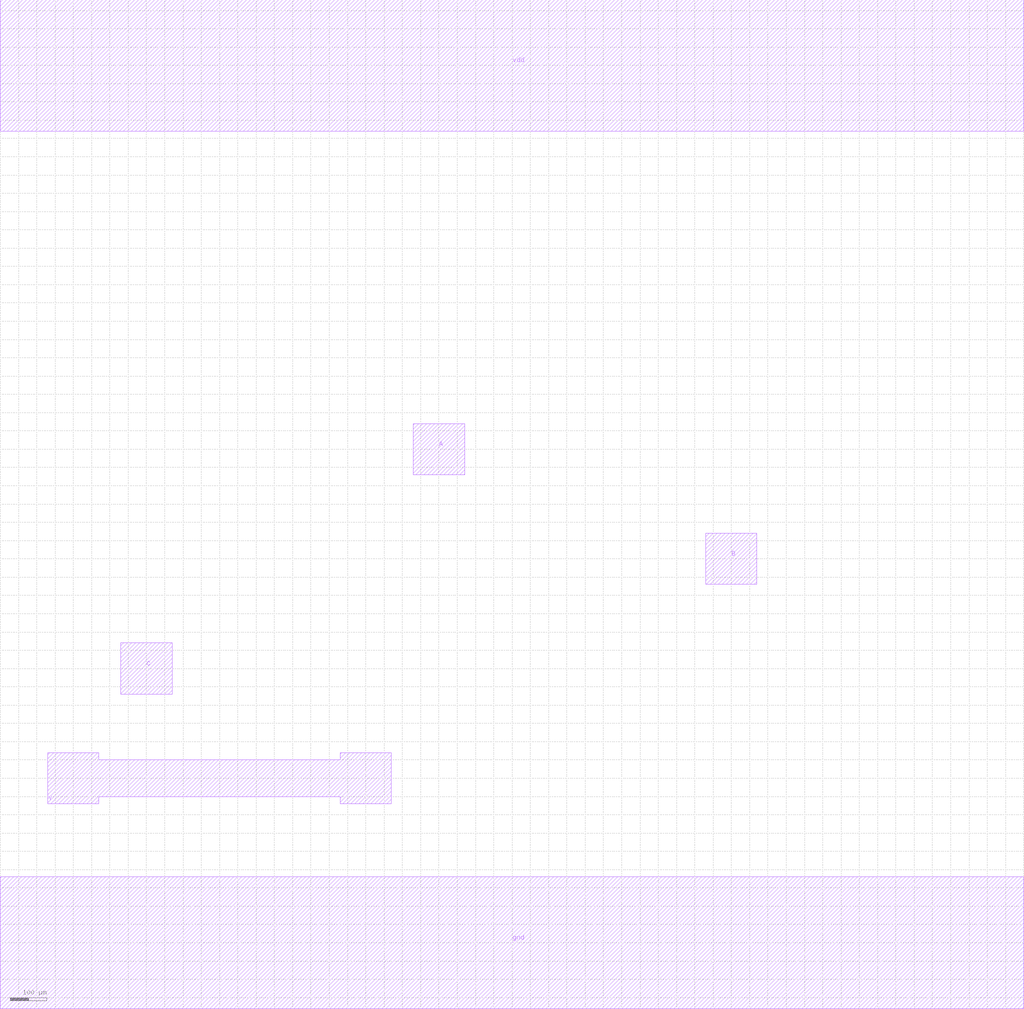
<source format=lef>
MACRO NOR3X1
 CLASS CORE ;
 ORIGIN 0 0 ;
 FOREIGN NOR3X1 0 0 ;
 SITE CORE ;
 SYMMETRY X Y R90 ;
  PIN vdd
   DIRECTION INOUT ;
   USE SIGNAL ;
   SHAPE ABUTMENT ;
    PORT
     CLASS CORE ;
       LAYER metal2 ;
        RECT 0.00000000 2220.00000000 2800.00000000 2580.00000000 ;
    END
  END vdd

  PIN gnd
   DIRECTION INOUT ;
   USE SIGNAL ;
   SHAPE ABUTMENT ;
    PORT
     CLASS CORE ;
       LAYER metal2 ;
        RECT 0.00000000 -180.00000000 2800.00000000 180.00000000 ;
    END
  END gnd

  PIN C
   DIRECTION INOUT ;
   USE SIGNAL ;
   SHAPE ABUTMENT ;
    PORT
     CLASS CORE ;
       LAYER metal2 ;
        RECT 330.00000000 680.00000000 470.00000000 820.00000000 ;
    END
  END C

  PIN B
   DIRECTION INOUT ;
   USE SIGNAL ;
   SHAPE ABUTMENT ;
    PORT
     CLASS CORE ;
       LAYER metal2 ;
        RECT 1930.00000000 980.00000000 2070.00000000 1120.00000000 ;
    END
  END B

  PIN A
   DIRECTION INOUT ;
   USE SIGNAL ;
   SHAPE ABUTMENT ;
    PORT
     CLASS CORE ;
       LAYER metal2 ;
        RECT 1130.00000000 1280.00000000 1270.00000000 1420.00000000 ;
    END
  END A

  PIN Y
   DIRECTION INOUT ;
   USE SIGNAL ;
   SHAPE ABUTMENT ;
    PORT
     CLASS CORE ;
       LAYER metal2 ;
        POLYGON 130.00000000 380.00000000 130.00000000 520.00000000 270.00000000 520.00000000 270.00000000 500.00000000 930.00000000 500.00000000 930.00000000 520.00000000 1070.00000000 520.00000000 1070.00000000 380.00000000 930.00000000 380.00000000 930.00000000 400.00000000 270.00000000 400.00000000 270.00000000 380.00000000 ;
    END
  END Y


END NOR3X1

</source>
